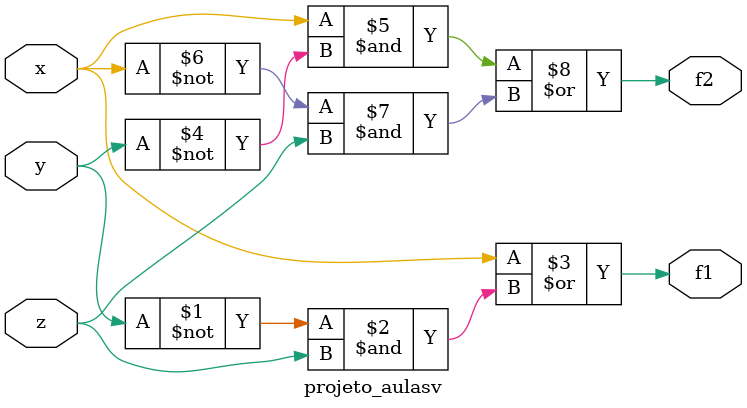
<source format=sv>
module projeto_aulasv (
    input logic x,
    input logic y,
    input logic z,
    output logic f1,
    output logic f2
);

    assign f1 = x | ((~y) & z);
    assign f2 = (x & (~y)) | ((~x) & z);

endmodule: projeto_aulasv


</source>
